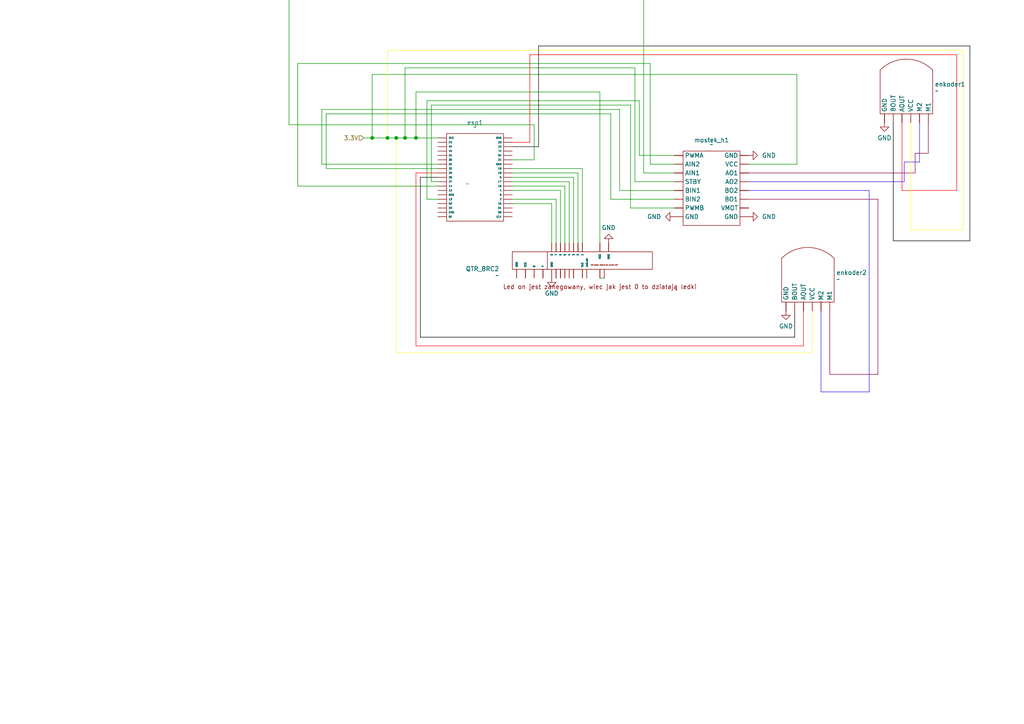
<source format=kicad_sch>
(kicad_sch (version 20231120) (generator "eeschema") (generator_version "8.0")
  (paper "A4")
  (lib_symbols
    (symbol "Pololu_961_1"
      (property "Reference" "QTR_8RC" (at 0 0 0))
      (symbol "Pololu_961_1_0_1"
        (rectangle (start -20.32 -3.81) (end 20.32 -8.89))
        (polyline (pts (xy -10.16 -3.81) (xy -10.16 -8.89)))
      )
      (symbol "Pololu_961_1_1_1"
        (text "3,3V bypass, polaczyc jak uzywamy 3,3V" (at 6.35 -7.62 0) (effects (font (size 0.254 0.254))))
        (text "Led on jest zanegowany, wiec jak jest 0 to działają ledki" (at 5.08 -13.97 0) (effects (font (size 1.27 1.27))))
        (pin input line (at -7.62 -11.43 90) (length 2.54) (name "") (number ""))
        (pin input line (at -6.35 -11.43 90) (length 2.54) (name "") (number ""))
        (pin input line (at -5.08 -11.43 90) (length 2.54) (name "") (number ""))
        (pin input line (at -3.81 -11.43 90) (length 2.54) (name "") (number ""))
        (pin input line (at -2.54 -11.43 90) (length 2.54) (name "") (number ""))
        (pin input line (at 5.08 -11.43 90) (length 2.54) (name "") (number ""))
        (pin input line (at 6.35 -11.43 90) (length 2.54) (name "") (number ""))
        (pin output line (at 0 -1.27 270) (length 2.54) (name "1") (number ""))
        (pin output line (at -1.27 -1.27 270) (length 2.54) (name "2") (number ""))
        (pin output line (at -2.54 -1.27 270) (length 2.54) (name "3") (number ""))
        (pin output line (at -3.81 -1.27 270) (length 2.54) (name "4") (number ""))
        (pin output line (at -5.08 -1.27 270) (length 2.54) (name "5") (number ""))
        (pin output line (at -6.35 -1.27 270) (length 2.54) (name "6") (number ""))
        (pin output line (at -11.43 -11.43 90) (length 2.54) (name "7") (number ""))
        (pin output line (at -7.62 -1.27 270) (length 2.54) (name "7") (number ""))
        (pin output line (at -13.97 -11.43 90) (length 2.54) (name "8") (number ""))
        (pin output line (at -8.89 -1.27 270) (length 2.54) (name "8") (number ""))
        (pin input line (at -19.05 -11.43 90) (length 2.54) (name "GND") (number ""))
        (pin input line (at -8.89 -11.43 90) (length 2.54) (name "GND") (number ""))
        (pin input line (at 7.62 -1.27 270) (length 2.54) (name "GND") (number ""))
        (pin input line (at 1.27 -11.43 90) (length 2.54) (name "Led_on") (number ""))
        (pin input line (at -16.51 -11.43 90) (length 2.54) (name "VCC") (number ""))
        (pin input line (at 5.08 -1.27 270) (length 2.54) (name "VCC") (number ""))
        (pin input line (at 0 -11.43 90) (length 2.54) (name "VcC") (number ""))
      )
    )
    (symbol "linefollower_sym:0J8934"
      (property "Reference" "enkoder" (at 3.81 -2.54 0))
      (symbol "0J8934_0_1"
        (polyline (pts (xy 11.43 -7.62) (xy 11.43 -20.32) (xy -3.81 -20.32) (xy -3.81 -7.62)))
        (arc (start 11.43 -7.62) (mid 3.81 -4.4637) (end -3.81 -7.62))
      )
      (symbol "0J8934_1_1"
        (pin output line (at 2.54 -22.86 90) (length 2.54) (name "AOUT") (number ""))
        (pin output line (at 0 -22.86 90) (length 2.54) (name "BOUT") (number ""))
        (pin input line (at -2.54 -22.86 90) (length 2.54) (name "GND") (number ""))
        (pin output line (at 10.16 -22.86 90) (length 2.54) (name "M1") (number ""))
        (pin output line (at 7.62 -22.86 90) (length 2.54) (name "M2") (number ""))
        (pin input line (at 5.08 -22.86 90) (length 2.54) (name "VCC") (number ""))
      )
    )
    (symbol "linefollower_sym:Pololu_0J7303"
      (property "Reference" "mostek_h" (at 0 3.81 0))
      (symbol "Pololu_0J7303_0_1"
        (rectangle (start -3.81 1.27) (end 12.7 -20.32))
      )
      (symbol "Pololu_0J7303_1_1"
        (pin input line (at -6.35 -5.08 0) (length 2.54) (name "AIN1") (number ""))
        (pin input line (at -6.35 -2.54 0) (length 2.54) (name "AIN2") (number ""))
        (pin output line (at 15.24 -5.08 180) (length 2.54) (name "AO1") (number ""))
        (pin output line (at 15.24 -7.62 180) (length 2.54) (name "AO2") (number ""))
        (pin input line (at -6.35 -10.16 0) (length 2.54) (name "BIN1") (number ""))
        (pin input line (at -6.35 -12.7 0) (length 2.54) (name "BIN2") (number ""))
        (pin output line (at 15.24 -12.7 180) (length 2.54) (name "BO1") (number ""))
        (pin output line (at 15.24 -10.16 180) (length 2.54) (name "BO2") (number ""))
        (pin input line (at -6.35 -17.78 0) (length 2.54) (name "GND") (number ""))
        (pin input line (at 15.24 -17.78 180) (length 2.54) (name "GND") (number ""))
        (pin input line (at 15.24 0 180) (length 2.54) (name "GND") (number ""))
        (pin input line (at -6.35 0 0) (length 2.54) (name "PWMA") (number ""))
        (pin input line (at -6.35 -15.24 0) (length 2.54) (name "PWMB") (number ""))
        (pin input line (at -6.35 -7.62 0) (length 2.54) (name "STBY") (number ""))
        (pin input line (at 15.24 -2.54 180) (length 2.54) (name "VCC") (number ""))
        (pin output line (at 15.24 -15.24 180) (length 2.54) (name "VMOT") (number ""))
      )
    )
    (symbol "linefollower_sym:esp32-devkit_C_"
      (property "Reference" "esp32" (at 0 1.27 0))
      (symbol "esp32-devkit_C__0_1"
        (rectangle (start -7.62 -1.27) (end 8.89 -26.67))
      )
      (symbol "esp32-devkit_C__1_1"
        (pin bidirectional line (at 11.43 -19.05 180) (length 2.54) (name "0") (number ""))
        (pin bidirectional line (at -10.16 -17.78 0) (length 2.54) (name "12") (number ""))
        (pin bidirectional line (at -10.16 -20.32 0) (length 2.54) (name "13") (number ""))
        (pin bidirectional line (at -10.16 -16.51 0) (length 2.54) (name "14") (number ""))
        (pin bidirectional line (at 11.43 -21.59 180) (length 2.54) (name "15") (number ""))
        (pin bidirectional line (at 11.43 -16.51 180) (length 2.54) (name "16") (number ""))
        (pin bidirectional line (at 11.43 -15.24 180) (length 2.54) (name "17") (number ""))
        (pin bidirectional line (at 11.43 -12.7 180) (length 2.54) (name "18") (number ""))
        (pin bidirectional line (at 11.43 -11.43 180) (length 2.54) (name "19") (number ""))
        (pin bidirectional line (at 11.43 -20.32 180) (length 2.54) (name "2") (number ""))
        (pin bidirectional line (at 11.43 -8.89 180) (length 2.54) (name "21") (number ""))
        (pin bidirectional line (at 11.43 -5.08 180) (length 2.54) (name "22") (number ""))
        (pin bidirectional line (at 11.43 -3.81 180) (length 2.54) (name "23") (number ""))
        (pin bidirectional line (at -10.16 -12.7 0) (length 2.54) (name "25") (number ""))
        (pin bidirectional line (at -10.16 -13.97 0) (length 2.54) (name "26") (number ""))
        (pin bidirectional line (at -10.16 -15.24 0) (length 2.54) (name "27") (number ""))
        (pin bidirectional line (at -10.16 -10.16 0) (length 2.54) (name "32") (number ""))
        (pin bidirectional line (at -10.16 -11.43 0) (length 2.54) (name "33") (number ""))
        (pin input line (at -10.16 -7.62 0) (length 2.54) (name "34") (number ""))
        (pin input line (at -10.16 -8.89 0) (length 2.54) (name "35") (number ""))
        (pin input line (at -10.16 -2.54 0) (length 2.54) (name "3V3") (number ""))
        (pin bidirectional line (at 11.43 -17.78 180) (length 2.54) (name "4") (number ""))
        (pin bidirectional line (at 11.43 -13.97 180) (length 2.54) (name "5") (number ""))
        (pin input line (at -10.16 -25.4 0) (length 2.54) (name "5V") (number ""))
        (pin bidirectional line (at 11.43 -25.4 180) (length 2.54) (name "CLK") (number ""))
        (pin bidirectional line (at -10.16 -24.13 0) (length 2.54) (name "CMD") (number ""))
        (pin bidirectional line (at 11.43 -24.13 180) (length 2.54) (name "D0") (number ""))
        (pin bidirectional line (at 11.43 -22.86 180) (length 2.54) (name "D1") (number ""))
        (pin bidirectional line (at -10.16 -21.59 0) (length 2.54) (name "D2") (number ""))
        (pin bidirectional line (at -10.16 -22.86 0) (length 2.54) (name "D3") (number ""))
        (pin input line (at -10.16 -3.81 0) (length 2.54) (name "EN") (number ""))
        (pin output line (at -10.16 -19.05 0) (length 2.54) (name "GND") (number ""))
        (pin output line (at 11.43 -10.16 180) (length 2.54) (name "GND") (number ""))
        (pin output line (at 11.43 -2.54 180) (length 2.54) (name "GND") (number ""))
        (pin bidirectional line (at 11.43 -7.62 180) (length 2.54) (name "RX") (number ""))
        (pin bidirectional line (at 11.43 -6.35 180) (length 2.54) (name "TX") (number ""))
        (pin input line (at -10.16 -6.35 0) (length 2.54) (name "VN") (number ""))
        (pin input line (at -10.16 -5.08 0) (length 2.54) (name "VP") (number ""))
      )
    )
    (symbol "power:GND" (power) (pin_numbers hide) (pin_names (offset 0) hide)
      (property "Value" "GND" (at 0 -3.81 0))
      (symbol "GND_0_1"
        (polyline (pts (xy 0 0) (xy 0 -1.27) (xy 1.27 -1.27) (xy 0 -2.54) (xy -1.27 -1.27) (xy 0 -1.27)))
      )
      (symbol "GND_1_1"
        (pin power_in line (at 0 0 270) (length 0) (name "~") (number "1"))
      )
    )
  )
  (junction (at 114.935 40.005))
  (junction (at 120.65 40.005))
  (junction (at 107.95 40.005))
  (junction (at 117.475 40.005))
  (junction (at 112.395 40.005))
  (wire (pts (xy 179.705 55.245) (xy 179.705 31.75)))
  (wire (pts (xy 168.91 48.895) (xy 148.59 48.895)))
  (wire (pts (xy 156.21 13.335) (xy 156.21 42.545)) (stroke (width 0) (color 2 4 4 1)))
  (wire (pts (xy 93.345 31.75) (xy 93.345 47.625)))
  (wire (pts (xy 93.345 47.625) (xy 127 47.625)))
  (wire (pts (xy 230.505 97.79) (xy 121.92 97.79)) (stroke (width 0) (color 2 4 4 1)))
  (wire (pts (xy 186.69 -1.905) (xy 186.69 50.165)))
  (wire (pts (xy 120.65 40.005) (xy 127 40.005)))
  (wire (pts (xy 266.7 46.99) (xy 266.7 35.56)) (stroke (width 0) (color 54 17 255 1)))
  (wire (pts (xy 252.095 113.665) (xy 238.125 113.665)) (stroke (width 0) (color 54 17 255 1)))
  (wire (pts (xy 125.095 52.705) (xy 127 52.705)))
  (wire (pts (xy 167.64 50.165) (xy 148.59 50.165)))
  (wire (pts (xy 121.92 97.79) (xy 121.92 51.435)) (stroke (width 0) (color 2 4 4 1)))
  (wire (pts (xy 195.58 55.245) (xy 179.705 55.245)))
  (wire (pts (xy 117.475 40.005) (xy 120.65 40.005)))
  (wire (pts (xy 177.165 33.02) (xy 94.615 33.02)))
  (wire (pts (xy 195.58 52.705) (xy 184.15 52.705)))
  (wire (pts (xy 279.4 14.605) (xy 112.395 14.605)) (stroke (width 0) (color 255 249 54 1)))
  (wire (pts (xy 185.42 45.085) (xy 195.58 45.085)))
  (wire (pts (xy 117.475 19.685) (xy 184.15 19.685)))
  (wire (pts (xy 163.83 53.975) (xy 148.59 53.975)))
  (wire (pts (xy 279.4 66.675) (xy 279.4 14.605)) (stroke (width 0) (color 255 249 54 1)))
  (wire (pts (xy 269.24 44.45) (xy 265.43 44.45)) (stroke (width 0) (color 145 0 72 1)))
  (wire (pts (xy 177.165 57.785) (xy 195.58 57.785)))
  (wire (pts (xy 114.935 102.235) (xy 114.935 40.005)) (stroke (width 0) (color 255 250 61 1)))
  (wire (pts (xy 107.95 21.59) (xy 107.95 40.005)))
  (wire (pts (xy 173.99 70.485) (xy 173.99 26.67)))
  (wire (pts (xy 117.475 19.685) (xy 117.475 40.005)))
  (wire (pts (xy 153.67 15.875) (xy 277.495 15.875)) (stroke (width 0) (color 255 0 6 1)))
  (wire (pts (xy 83.82 -1.905) (xy 186.69 -1.905)))
  (wire (pts (xy 179.705 31.75) (xy 93.345 31.75)))
  (wire (pts (xy 166.37 51.435) (xy 166.37 70.485)))
  (wire (pts (xy 259.08 69.85) (xy 281.305 69.85)) (stroke (width 0) (color 2 4 4 1)))
  (wire (pts (xy 120.65 26.67) (xy 120.65 40.005)))
  (wire (pts (xy 83.82 36.195) (xy 83.82 -1.905)))
  (wire (pts (xy 114.935 40.005) (xy 117.475 40.005)))
  (wire (pts (xy 259.08 35.56) (xy 259.08 69.85)) (stroke (width 0) (color 2 4 4 1)))
  (wire (pts (xy 107.95 40.005) (xy 112.395 40.005)))
  (wire (pts (xy 123.825 29.21) (xy 185.42 29.21)))
  (wire (pts (xy 252.095 55.245) (xy 252.095 113.665)) (stroke (width 0) (color 54 17 255 1)))
  (wire (pts (xy 125.095 30.48) (xy 182.88 30.48)))
  (wire (pts (xy 166.37 51.435) (xy 148.59 51.435)))
  (wire (pts (xy 94.615 33.02) (xy 94.615 48.895)))
  (wire (pts (xy 121.92 51.435) (xy 127 51.435)) (stroke (width 0) (color 2 4 4 1)))
  (wire (pts (xy 163.83 53.975) (xy 163.83 70.485)))
  (wire (pts (xy 112.395 40.005) (xy 114.935 40.005)))
  (wire (pts (xy 261.62 35.56) (xy 261.62 55.245)) (stroke (width 0) (color 255 0 6 1)))
  (wire (pts (xy 188.595 47.625) (xy 195.58 47.625)))
  (wire (pts (xy 235.585 90.17) (xy 235.585 102.235)) (stroke (width 0) (color 255 250 61 1)))
  (wire (pts (xy 261.62 55.245) (xy 277.495 55.245)) (stroke (width 0) (color 255 0 6 1)))
  (wire (pts (xy 217.17 47.625) (xy 231.14 47.625)))
  (wire (pts (xy 148.59 52.705) (xy 165.1 52.705)))
  (wire (pts (xy 231.14 47.625) (xy 231.14 21.59)))
  (wire (pts (xy 231.14 21.59) (xy 107.95 21.59)))
  (wire (pts (xy 112.395 14.605) (xy 112.395 40.005)) (stroke (width 0) (color 255 249 54 1)))
  (wire (pts (xy 168.91 48.895) (xy 168.91 70.485)))
  (wire (pts (xy 182.88 30.48) (xy 182.88 60.325)))
  (wire (pts (xy 123.825 29.21) (xy 123.825 57.785)))
  (wire (pts (xy 148.59 42.545) (xy 156.21 42.545)) (stroke (width 0) (color 2 4 4 1)))
  (wire (pts (xy 135.255 53.34) (xy 135.89 53.34)))
  (wire (pts (xy 265.43 44.45) (xy 265.43 50.165)) (stroke (width 0) (color 145 0 72 1)))
  (wire (pts (xy 238.125 90.17) (xy 238.125 113.665)) (stroke (width 0) (color 54 17 255 1)))
  (wire (pts (xy 230.505 90.17) (xy 230.505 97.79)) (stroke (width 0) (color 2 4 4 1)))
  (wire (pts (xy 264.16 66.675) (xy 279.4 66.675)) (stroke (width 0) (color 255 249 54 1)))
  (wire (pts (xy 173.99 80.645) (xy 175.26 80.645)))
  (wire (pts (xy 86.36 53.975) (xy 127 53.975)))
  (wire (pts (xy 185.42 29.21) (xy 185.42 45.085)))
  (wire (pts (xy 105.41 40.005) (xy 107.95 40.005)))
  (wire (pts (xy 162.56 55.245) (xy 162.56 70.485)))
  (wire (pts (xy 120.65 100.33) (xy 120.65 50.165)) (stroke (width 0) (color 255 0 6 1)))
  (wire (pts (xy 254.635 57.785) (xy 254.635 108.585)) (stroke (width 0) (color 145 0 72 1)))
  (wire (pts (xy 265.43 50.165) (xy 217.17 50.165)) (stroke (width 0) (color 145 0 72 1)))
  (wire (pts (xy 153.67 41.275) (xy 148.59 41.275)) (stroke (width 0) (color 255 0 6 1)))
  (wire (pts (xy 262.255 46.99) (xy 266.7 46.99)) (stroke (width 0) (color 54 17 255 1)))
  (wire (pts (xy 86.36 18.415) (xy 188.595 18.415)))
  (wire (pts (xy 148.59 59.055) (xy 160.02 59.055)))
  (wire (pts (xy 161.29 57.785) (xy 161.29 70.485)))
  (wire (pts (xy 217.17 55.245) (xy 252.095 55.245)) (stroke (width 0) (color 54 17 255 1)))
  (wire (pts (xy 217.17 57.785) (xy 254.635 57.785)) (stroke (width 0) (color 145 0 72 1)))
  (wire (pts (xy 154.94 46.355) (xy 148.59 46.355)))
  (wire (pts (xy 269.24 35.56) (xy 269.24 44.45)) (stroke (width 0) (color 145 0 72 1)))
  (wire (pts (xy 94.615 48.895) (xy 127 48.895)))
  (wire (pts (xy 240.665 108.585) (xy 254.635 108.585)) (stroke (width 0) (color 145 0 72 1)))
  (wire (pts (xy 186.69 50.165) (xy 195.58 50.165)))
  (wire (pts (xy 86.36 53.975) (xy 86.36 18.415)))
  (wire (pts (xy 153.67 15.875) (xy 153.67 41.275)) (stroke (width 0) (color 255 0 6 1)))
  (wire (pts (xy 123.825 57.785) (xy 127 57.785)))
  (wire (pts (xy 173.99 26.67) (xy 120.65 26.67)))
  (wire (pts (xy 167.64 50.165) (xy 167.64 70.485)))
  (wire (pts (xy 235.585 102.235) (xy 114.935 102.235)) (stroke (width 0) (color 255 250 61 1)))
  (wire (pts (xy 125.095 30.48) (xy 125.095 52.705)))
  (wire (pts (xy 120.65 50.165) (xy 127 50.165)) (stroke (width 0) (color 255 0 6 1)))
  (wire (pts (xy 184.15 52.705) (xy 184.15 19.685)))
  (wire (pts (xy 148.59 57.785) (xy 161.29 57.785)))
  (wire (pts (xy 160.02 59.055) (xy 160.02 70.485)))
  (wire (pts (xy 281.305 69.85) (xy 281.305 13.335)) (stroke (width 0) (color 2 4 4 1)))
  (wire (pts (xy 188.595 18.415) (xy 188.595 47.625)))
  (wire (pts (xy 83.82 36.195) (xy 154.94 36.195)))
  (wire (pts (xy 281.305 13.335) (xy 156.21 13.335)) (stroke (width 0) (color 2 4 4 1)))
  (wire (pts (xy 162.56 55.245) (xy 148.59 55.245)))
  (wire (pts (xy 277.495 55.245) (xy 277.495 15.875)) (stroke (width 0) (color 255 0 6 1)))
  (wire (pts (xy 262.255 52.705) (xy 217.17 52.705)) (stroke (width 0) (color 54 17 255 1)))
  (wire (pts (xy 165.1 52.705) (xy 165.1 70.485)))
  (wire (pts (xy 182.88 60.325) (xy 195.58 60.325)))
  (wire (pts (xy 240.665 90.17) (xy 240.665 108.585)) (stroke (width 0) (color 145 0 72 1)))
  (wire (pts (xy 233.045 90.17) (xy 233.045 100.33)) (stroke (width 0) (color 255 0 6 1)))
  (wire (pts (xy 177.165 57.785) (xy 177.165 33.02)))
  (wire (pts (xy 264.16 35.56) (xy 264.16 66.675)) (stroke (width 0) (color 255 249 54 1)))
  (wire (pts (xy 262.255 46.99) (xy 262.255 52.705)) (stroke (width 0) (color 54 17 255 1)))
  (wire (pts (xy 154.94 36.195) (xy 154.94 46.355)))
  (wire (pts (xy 120.65 100.33) (xy 233.045 100.33)) (stroke (width 0) (color 255 0 6 1)))
  (hierarchical_label "3,3V" (shape input) (at 105.41 40.005 180))
  (symbol (lib_id "power:GND") (at 160.02 80.645 0) (unit 1)
    (property "Reference" "#PWR04" (effects (hide yes)))
    (property "Value" "GND" (at 160.02 85.09 0))
    (property "Description" "Power symbol creates a global label with name \"GND\" , ground" (effects (hide yes)))
  )
  (symbol (lib_id "linefollower_sym:esp32-devkit_C_") (at 137.16 37.465 0) (unit 1)
    (property "Reference" "esp1" (at 137.795 35.56 0))
    (property "Value" "~" (at 137.795 36.83 0))
  )
  (symbol (lib_id "linefollower_sym:0J8934") (at 230.505 67.31 0) (unit 1)
    (property "Reference" "enkoder2" (at 242.57 79.0667 0) (effects (justify left)))
    (property "Value" "~" (at 242.57 80.9718 0) (effects (justify left)))
  )
  (symbol (lib_id "power:GND") (at 195.58 62.865 270) (unit 1)
    (property "Reference" "#PWR03" (effects (hide yes)))
    (property "Value" "GND" (at 191.77 62.8649 90) (effects (justify right)))
    (property "Description" "Power symbol creates a global label with name \"GND\" , ground" (effects (hide yes)))
  )
  (symbol (lib_id "power:GND") (at 227.965 90.17 0) (unit 1)
    (property "Reference" "#PWR05" (effects (hide yes)))
    (property "Value" "GND" (at 227.965 94.615 0))
    (property "Description" "Power symbol creates a global label with name \"GND\" , ground" (effects (hide yes)))
  )
  (symbol (lib_id "power:GND") (at 217.17 62.865 90) (unit 1)
    (property "Reference" "#PWR02" (effects (hide yes)))
    (property "Value" "GND" (at 220.98 62.8649 90) (effects (justify right)))
    (property "Description" "Power symbol creates a global label with name \"GND\" , ground" (effects (hide yes)))
  )
  (symbol (lib_id "linefollower_sym:0J8934") (at 259.08 12.7 0) (unit 1)
    (property "Reference" "enkoder1" (at 271.145 24.4567 0) (effects (justify left)))
    (property "Value" "~" (at 271.145 26.3618 0) (effects (justify left)))
  )
  (symbol (lib_id "linefollower_sym:Pololu_0J7303") (at 201.93 45.085 0) (unit 1)
    (property "Reference" "mostek_h1" (at 206.375 40.64 0))
    (property "Value" "~" (at 206.375 41.91 0))
  )
  (symbol (lib_id "power:GND") (at 176.53 70.485 180) (unit 1)
    (property "Reference" "#PWR07" (effects (hide yes)))
    (property "Value" "GND" (at 176.53 66.04 0))
    (property "Description" "Power symbol creates a global label with name \"GND\" , ground" (effects (hide yes)))
  )
  (symbol (lib_name "Pololu_961_1") (lib_id "linefollower_sym:Pololu_961") (at 168.91 69.215 0) (unit 1)
    (property "Reference" "QTR_8RC2" (at 144.78 77.9807 0) (effects (justify right)))
    (property "Value" "~" (at 144.78 79.8858 0) (effects (justify right)))
  )
  (symbol (lib_id "power:GND") (at 217.17 45.085 90) (unit 1)
    (property "Reference" "#PWR06" (effects (hide yes)))
    (property "Value" "GND" (at 220.98 45.0849 90) (effects (justify right)))
    (property "Description" "Power symbol creates a global label with name \"GND\" , ground" (effects (hide yes)))
  )
  (symbol (lib_id "power:GND") (at 256.54 35.56 0) (unit 1)
    (property "Reference" "#PWR01" (effects (hide yes)))
    (property "Value" "GND" (at 256.54 40.005 0))
    (property "Description" "Power symbol creates a global label with name \"GND\" , ground" (effects (hide yes)))
  )
)
</source>
